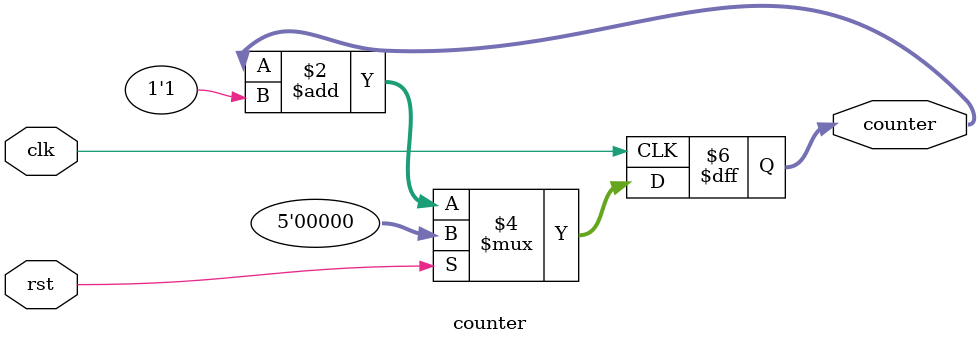
<source format=v>
`timescale 1ns / 1ps


module counter(input clk, input rst, output reg [4:0] counter);


    always @(posedge clk)
    begin
	     if (rst) 
		  begin	
				counter<={5{1'b0}};
		  end
		  else 
          begin 
          	counter<=counter+1'b1; 
          end
		  
	end 
endmodule

</source>
